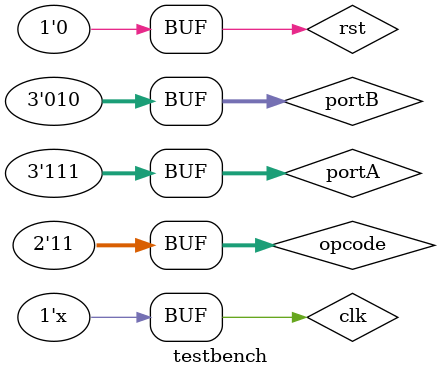
<source format=v>
`timescale 1ns / 1ps


module testbench;

	// Inputs
	reg [2:0] portA;
	reg [2:0] portB;
	reg [1:0] opcode;
	reg clk;
	reg rst;

	// Outputs
	wire [0:6] sseg;
	wire [1:0] an;
	wire signoresta;

	// Instantiate the Unit Under Test (UUT)
	alu uut (
		.portA(portA), 
		.portB(portB), 
		.opcode(opcode), 
		.sseg(sseg), 
		.an(an), 
		.clk(clk), 
		.rst(rst),
		.signoresta(signoresta)
	);


	initial begin
		// Initialize Inputs
		opcode = 0;
		clk = 0;
		rst = 1;
		portA=7;
		portB=2;
		
		
		// Wait 100 ns for global reset to finish
		#10;
        
		rst = 0;
		// Add stimulus here
		
		#660000;
		
		//#50 opcode = 0;
		
		opcode = 0;  //suma
		
		#500000;
		
		opcode = 1;  //resta
		
		#900000;
		
	   opcode = 2;  //multiplicacion
		
		#900000;
		
		opcode = 3;  //division
		
		#500000;
		
		//	#50;
		
	end
   
	always #1 clk = ~clk;
      
endmodule


</source>
